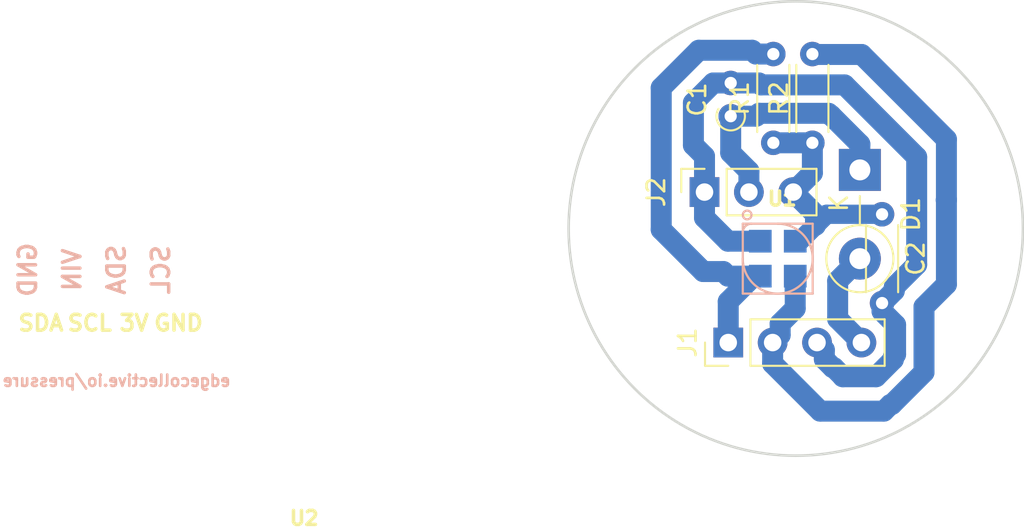
<source format=kicad_pcb>
(kicad_pcb (version 20171130) (host pcbnew 5.1.4-e60b266~84~ubuntu18.04.1)

  (general
    (thickness 1.6)
    (drawings 12)
    (tracks 83)
    (zones 0)
    (modules 8)
    (nets 7)
  )

  (page A4)
  (layers
    (0 Top signal)
    (31 Bottom signal)
    (32 B.Adhes user)
    (33 F.Adhes user)
    (34 B.Paste user)
    (35 F.Paste user)
    (36 B.SilkS user)
    (37 F.SilkS user)
    (38 B.Mask user)
    (39 F.Mask user)
    (40 Dwgs.User user)
    (41 Cmts.User user)
    (42 Eco1.User user)
    (43 Eco2.User user)
    (44 Edge.Cuts user)
    (45 Margin user)
    (46 B.CrtYd user)
    (47 F.CrtYd user)
    (48 B.Fab user)
    (49 F.Fab user hide)
  )

  (setup
    (last_trace_width 1.2)
    (user_trace_width 0.35)
    (user_trace_width 1.1)
    (user_trace_width 1.2)
    (user_trace_width 1.3)
    (trace_clearance 0.1524)
    (zone_clearance 0.508)
    (zone_45_only no)
    (trace_min 0.2)
    (via_size 0.8)
    (via_drill 0.4)
    (via_min_size 0.4)
    (via_min_drill 0.3)
    (uvia_size 0.3)
    (uvia_drill 0.1)
    (uvias_allowed no)
    (uvia_min_size 0.2)
    (uvia_min_drill 0.1)
    (edge_width 0.15)
    (segment_width 0.2)
    (pcb_text_width 0.3)
    (pcb_text_size 1.5 1.5)
    (mod_edge_width 0.15)
    (mod_text_size 1 1)
    (mod_text_width 0.15)
    (pad_size 1.524 1.524)
    (pad_drill 0.762)
    (pad_to_mask_clearance 0.051)
    (solder_mask_min_width 0.25)
    (aux_axis_origin 0 0)
    (visible_elements FFFDFF5F)
    (pcbplotparams
      (layerselection 0x010fc_ffffffff)
      (usegerberextensions false)
      (usegerberattributes false)
      (usegerberadvancedattributes false)
      (creategerberjobfile false)
      (excludeedgelayer true)
      (linewidth 0.100000)
      (plotframeref false)
      (viasonmask false)
      (mode 1)
      (useauxorigin false)
      (hpglpennumber 1)
      (hpglpenspeed 20)
      (hpglpendiameter 15.000000)
      (psnegative false)
      (psa4output false)
      (plotreference true)
      (plotvalue true)
      (plotinvisibletext false)
      (padsonsilk false)
      (subtractmaskfromsilk false)
      (outputformat 1)
      (mirror false)
      (drillshape 1)
      (scaleselection 1)
      (outputdirectory ""))
  )

  (net 0 "")
  (net 1 GND)
  (net 2 SDA)
  (net 3 SCL)
  (net 4 VIN)
  (net 5 3V3)
  (net 6 "Net-(C1-Pad1)")

  (net_class Default "This is the default net class."
    (clearance 0.1524)
    (trace_width 0.25)
    (via_dia 0.8)
    (via_drill 0.4)
    (uvia_dia 0.3)
    (uvia_drill 0.1)
    (add_net 3V3)
    (add_net GND)
    (add_net "Net-(C1-Pad1)")
    (add_net SCL)
    (add_net SDA)
    (add_net VIN)
  )

  (module Connector_PinHeader_2.54mm:PinHeader_1x04_P2.54mm_Vertical (layer Top) (tedit 5CEAD548) (tstamp 5CF7AC62)
    (at 148.0439 115.9256 90)
    (descr "Through hole straight pin header, 1x04, 2.54mm pitch, single row")
    (tags "Through hole pin header THT 1x04 2.54mm single row")
    (path /5CEAEDFC)
    (fp_text reference J1 (at 0 -2.33 90) (layer F.SilkS)
      (effects (font (size 1 1) (thickness 0.15)))
    )
    (fp_text value Conn_01x04_Male (at 0 9.95 90) (layer F.Fab)
      (effects (font (size 1 1) (thickness 0.15)))
    )
    (fp_line (start -0.635 -1.27) (end 1.27 -1.27) (layer F.Fab) (width 0.1))
    (fp_line (start 1.27 -1.27) (end 1.27 8.89) (layer F.Fab) (width 0.1))
    (fp_line (start 1.27 8.89) (end -1.27 8.89) (layer F.Fab) (width 0.1))
    (fp_line (start -1.27 8.89) (end -1.27 -0.635) (layer F.Fab) (width 0.1))
    (fp_line (start -1.27 -0.635) (end -0.635 -1.27) (layer F.Fab) (width 0.1))
    (fp_line (start -1.33 8.95) (end 1.33 8.95) (layer F.SilkS) (width 0.12))
    (fp_line (start -1.33 1.27) (end -1.33 8.95) (layer F.SilkS) (width 0.12))
    (fp_line (start 1.33 1.27) (end 1.33 8.95) (layer F.SilkS) (width 0.12))
    (fp_line (start -1.33 1.27) (end 1.33 1.27) (layer F.SilkS) (width 0.12))
    (fp_line (start -1.33 0) (end -1.33 -1.33) (layer F.SilkS) (width 0.12))
    (fp_line (start -1.33 -1.33) (end 0 -1.33) (layer F.SilkS) (width 0.12))
    (fp_line (start -1.8 -1.8) (end -1.8 9.4) (layer F.CrtYd) (width 0.05))
    (fp_line (start -1.8 9.4) (end 1.8 9.4) (layer F.CrtYd) (width 0.05))
    (fp_line (start 1.8 9.4) (end 1.8 -1.8) (layer F.CrtYd) (width 0.05))
    (fp_line (start 1.8 -1.8) (end -1.8 -1.8) (layer F.CrtYd) (width 0.05))
    (fp_text user %R (at 0 3.81 180) (layer F.Fab)
      (effects (font (size 1 1) (thickness 0.15)))
    )
    (pad 1 thru_hole rect (at 0 0 90) (size 1.7 1.7) (drill 1) (layers *.Cu *.Mask)
      (net 2 SDA))
    (pad 2 thru_hole oval (at 0 2.54 90) (size 1.7 1.7) (drill 1) (layers *.Cu *.Mask)
      (net 3 SCL))
    (pad 3 thru_hole oval (at 0 5.08 90) (size 1.7 1.7) (drill 1) (layers *.Cu *.Mask)
      (net 1 GND))
    (pad 4 thru_hole oval (at 0 7.62 90) (size 1.7 1.7) (drill 1) (layers *.Cu *.Mask)
      (net 4 VIN))
    (model ${KISYS3DMOD}/Connector_PinHeader_2.54mm.3dshapes/PinHeader_1x04_P2.54mm_Vertical.wrl
      (at (xyz 0 0 0))
      (scale (xyz 1 1 1))
      (rotate (xyz 0 0 0))
    )
  )

  (module BAR30-SENSOR:MS5837 (layer Bottom) (tedit 0) (tstamp 5D8CFDA0)
    (at 150.876 111.125 270)
    (path /BABD3B23)
    (fp_text reference U2 (at -2 2.25 90) (layer B.SilkS) hide
      (effects (font (size 0.57912 0.57912) (thickness 0.048768)) (justify left bottom mirror))
    )
    (fp_text value MS583730BA (at -2 -3 90) (layer B.SilkS) hide
      (effects (font (size 0.57912 0.57912) (thickness 0.048768)) (justify left bottom mirror))
    )
    (fp_arc (start -1.5 1.5) (end -2 1.5) (angle -90) (layer B.SilkS) (width 0.127))
    (fp_arc (start 0 0) (end 0 2) (angle -270) (layer B.SilkS) (width 0.127))
    (fp_line (start -2 1.5) (end -2 2) (layer B.SilkS) (width 0.127))
    (fp_line (start -2 0) (end -2 1.5) (layer B.SilkS) (width 0.127))
    (fp_circle (center -2.5 1.75) (end -2.25 1.75) (layer B.SilkS) (width 0.127))
    (fp_line (start -2 -2) (end -2 0) (layer B.SilkS) (width 0.127))
    (fp_line (start 2 -2) (end -2 -2) (layer B.SilkS) (width 0.127))
    (fp_line (start 2 2) (end 2 -2) (layer B.SilkS) (width 0.127))
    (fp_line (start 0 2) (end 2 2) (layer B.SilkS) (width 0.127))
    (fp_line (start -1.5 2) (end 0 2) (layer B.SilkS) (width 0.127))
    (fp_line (start -2 2) (end -1.5 2) (layer B.SilkS) (width 0.127))
    (pad 1 smd rect (at -1 1 270) (size 1.3 1.3) (layers Bottom B.Paste B.Mask)
      (net 1 GND) (solder_mask_margin 0.0762))
    (pad 4 smd rect (at 1 1 270) (size 1.3 1.3) (layers Bottom B.Paste B.Mask)
      (net 2 SDA) (solder_mask_margin 0.0762))
    (pad 3 smd rect (at 1 -1 270) (size 1.3 1.3) (layers Bottom B.Paste B.Mask)
      (net 3 SCL) (solder_mask_margin 0.0762))
    (pad 2 smd rect (at -1 -1 270) (size 1.3 1.3) (layers Bottom B.Paste B.Mask)
      (net 5 3V3) (solder_mask_margin 0.0762))
  )

  (module Connector_PinSocket_2.54mm:PinSocket_1x03_P2.54mm_Vertical (layer Top) (tedit 5A19A429) (tstamp 5D8CFD0D)
    (at 146.685 107.315 90)
    (descr "Through hole straight socket strip, 1x03, 2.54mm pitch, single row (from Kicad 4.0.7), script generated")
    (tags "Through hole socket strip THT 1x03 2.54mm single row")
    (path /5D8BE1E4)
    (fp_text reference J2 (at 0 -2.77 90) (layer F.SilkS)
      (effects (font (size 1 1) (thickness 0.15)))
    )
    (fp_text value Conn_01x03_Female (at 7.62 6.35 180) (layer F.Fab)
      (effects (font (size 1 1) (thickness 0.15)))
    )
    (fp_line (start -1.27 -1.27) (end 0.635 -1.27) (layer F.Fab) (width 0.1))
    (fp_line (start 0.635 -1.27) (end 1.27 -0.635) (layer F.Fab) (width 0.1))
    (fp_line (start 1.27 -0.635) (end 1.27 6.35) (layer F.Fab) (width 0.1))
    (fp_line (start 1.27 6.35) (end -1.27 6.35) (layer F.Fab) (width 0.1))
    (fp_line (start -1.27 6.35) (end -1.27 -1.27) (layer F.Fab) (width 0.1))
    (fp_line (start -1.33 1.27) (end 1.33 1.27) (layer F.SilkS) (width 0.12))
    (fp_line (start -1.33 1.27) (end -1.33 6.41) (layer F.SilkS) (width 0.12))
    (fp_line (start -1.33 6.41) (end 1.33 6.41) (layer F.SilkS) (width 0.12))
    (fp_line (start 1.33 1.27) (end 1.33 6.41) (layer F.SilkS) (width 0.12))
    (fp_line (start 1.33 -1.33) (end 1.33 0) (layer F.SilkS) (width 0.12))
    (fp_line (start 0 -1.33) (end 1.33 -1.33) (layer F.SilkS) (width 0.12))
    (fp_line (start -1.8 -1.8) (end 1.75 -1.8) (layer F.CrtYd) (width 0.05))
    (fp_line (start 1.75 -1.8) (end 1.75 6.85) (layer F.CrtYd) (width 0.05))
    (fp_line (start 1.75 6.85) (end -1.8 6.85) (layer F.CrtYd) (width 0.05))
    (fp_line (start -1.8 6.85) (end -1.8 -1.8) (layer F.CrtYd) (width 0.05))
    (fp_text user %R (at 0 2.54) (layer F.Fab)
      (effects (font (size 1 1) (thickness 0.15)))
    )
    (pad 1 thru_hole rect (at 0 0 90) (size 1.7 1.7) (drill 1) (layers *.Cu *.Mask)
      (net 1 GND))
    (pad 2 thru_hole oval (at 0 2.54 90) (size 1.7 1.7) (drill 1) (layers *.Cu *.Mask)
      (net 6 "Net-(C1-Pad1)"))
    (pad 3 thru_hole oval (at 0 5.08 90) (size 1.7 1.7) (drill 1) (layers *.Cu *.Mask)
      (net 5 3V3))
    (model ${KISYS3DMOD}/Connector_PinSocket_2.54mm.3dshapes/PinSocket_1x03_P2.54mm_Vertical.wrl
      (at (xyz 0 0 0))
      (scale (xyz 1 1 1))
      (rotate (xyz 0 0 0))
    )
  )

  (module Diode_THT:D_DO-15_P5.08mm_Vertical_KathodeUp (layer Top) (tedit 5AE50CD5) (tstamp 5D8D0BD5)
    (at 155.575 106.045 270)
    (descr "Diode, DO-15 series, Axial, Vertical, pin pitch=5.08mm, , length*diameter=7.6*3.6mm^2, , http://www.diodes.com/_files/packages/DO-15.pdf")
    (tags "Diode DO-15 series Axial Vertical pin pitch 5.08mm  length 7.6mm diameter 3.6mm")
    (path /5D8CEFE2)
    (fp_text reference D1 (at 2.54 -2.92 90) (layer F.SilkS)
      (effects (font (size 1 1) (thickness 0.15)))
    )
    (fp_text value D (at 2.54 2.92 90) (layer F.Fab)
      (effects (font (size 1 1) (thickness 0.15)))
    )
    (fp_circle (center 5.08 0) (end 6.88 0) (layer F.Fab) (width 0.1))
    (fp_circle (center 5.08 0) (end 7 0) (layer F.SilkS) (width 0.12))
    (fp_line (start 0 0) (end 5.08 0) (layer F.Fab) (width 0.1))
    (fp_line (start 3.16 0) (end 1.5 0) (layer F.SilkS) (width 0.12))
    (fp_line (start -1.45 -2.05) (end -1.45 2.05) (layer F.CrtYd) (width 0.05))
    (fp_line (start -1.45 2.05) (end 7.13 2.05) (layer F.CrtYd) (width 0.05))
    (fp_line (start 7.13 2.05) (end 7.13 -2.05) (layer F.CrtYd) (width 0.05))
    (fp_line (start 7.13 -2.05) (end -1.45 -2.05) (layer F.CrtYd) (width 0.05))
    (fp_text user %R (at 2.54 -2.92 90) (layer F.Fab)
      (effects (font (size 1 1) (thickness 0.15)))
    )
    (fp_text user K (at 1.9 1.2 90) (layer F.Fab)
      (effects (font (size 1 1) (thickness 0.15)))
    )
    (fp_text user K (at 1.9 1.2 90) (layer F.SilkS)
      (effects (font (size 1 1) (thickness 0.15)))
    )
    (pad 1 thru_hole rect (at 0 0 270) (size 2.4 2.4) (drill 1.2) (layers *.Cu *.Mask)
      (net 6 "Net-(C1-Pad1)"))
    (pad 2 thru_hole oval (at 5.08 0 270) (size 2.4 2.4) (drill 1.2) (layers *.Cu *.Mask)
      (net 4 VIN))
    (model ${KISYS3DMOD}/Diode_THT.3dshapes/D_DO-15_P5.08mm_Vertical_KathodeUp.wrl
      (at (xyz 0 0 0))
      (scale (xyz 1 1 1))
      (rotate (xyz 0 0 0))
    )
  )

  (module Resistor_THT:R_Axial_DIN0204_L3.6mm_D1.6mm_P5.08mm_Horizontal (layer Top) (tedit 5AE5139B) (tstamp 5D8D139E)
    (at 156.845 108.585 270)
    (descr "Resistor, Axial_DIN0204 series, Axial, Horizontal, pin pitch=5.08mm, 0.167W, length*diameter=3.6*1.6mm^2, http://cdn-reichelt.de/documents/datenblatt/B400/1_4W%23YAG.pdf")
    (tags "Resistor Axial_DIN0204 series Axial Horizontal pin pitch 5.08mm 0.167W length 3.6mm diameter 1.6mm")
    (path /5D8E311E)
    (fp_text reference C2 (at 2.54 -1.92 90) (layer F.SilkS)
      (effects (font (size 1 1) (thickness 0.15)))
    )
    (fp_text value 1uF (at 2.54 1.92 90) (layer F.Fab)
      (effects (font (size 1 1) (thickness 0.15)))
    )
    (fp_text user %R (at 2.54 0 90) (layer F.Fab)
      (effects (font (size 0.72 0.72) (thickness 0.108)))
    )
    (fp_line (start 6.03 -1.05) (end -0.95 -1.05) (layer F.CrtYd) (width 0.05))
    (fp_line (start 6.03 1.05) (end 6.03 -1.05) (layer F.CrtYd) (width 0.05))
    (fp_line (start -0.95 1.05) (end 6.03 1.05) (layer F.CrtYd) (width 0.05))
    (fp_line (start -0.95 -1.05) (end -0.95 1.05) (layer F.CrtYd) (width 0.05))
    (fp_line (start 0.62 0.92) (end 4.46 0.92) (layer F.SilkS) (width 0.12))
    (fp_line (start 0.62 -0.92) (end 4.46 -0.92) (layer F.SilkS) (width 0.12))
    (fp_line (start 5.08 0) (end 4.34 0) (layer F.Fab) (width 0.1))
    (fp_line (start 0 0) (end 0.74 0) (layer F.Fab) (width 0.1))
    (fp_line (start 4.34 -0.8) (end 0.74 -0.8) (layer F.Fab) (width 0.1))
    (fp_line (start 4.34 0.8) (end 4.34 -0.8) (layer F.Fab) (width 0.1))
    (fp_line (start 0.74 0.8) (end 4.34 0.8) (layer F.Fab) (width 0.1))
    (fp_line (start 0.74 -0.8) (end 0.74 0.8) (layer F.Fab) (width 0.1))
    (pad 2 thru_hole oval (at 5.08 0 270) (size 1.4 1.4) (drill 0.7) (layers *.Cu *.Mask)
      (net 1 GND))
    (pad 1 thru_hole circle (at 0 0 270) (size 1.4 1.4) (drill 0.7) (layers *.Cu *.Mask)
      (net 5 3V3))
    (model ${KISYS3DMOD}/Resistor_THT.3dshapes/R_Axial_DIN0204_L3.6mm_D1.6mm_P5.08mm_Horizontal.wrl
      (at (xyz 0 0 0))
      (scale (xyz 1 1 1))
      (rotate (xyz 0 0 0))
    )
  )

  (module Resistor_THT:R_Axial_DIN0204_L3.6mm_D1.6mm_P5.08mm_Horizontal (layer Top) (tedit 5AE5139B) (tstamp 5D8D13B0)
    (at 150.622 104.4956 90)
    (descr "Resistor, Axial_DIN0204 series, Axial, Horizontal, pin pitch=5.08mm, 0.167W, length*diameter=3.6*1.6mm^2, http://cdn-reichelt.de/documents/datenblatt/B400/1_4W%23YAG.pdf")
    (tags "Resistor Axial_DIN0204 series Axial Horizontal pin pitch 5.08mm 0.167W length 3.6mm diameter 1.6mm")
    (path /5CEADC2F)
    (fp_text reference R1 (at 2.54 -1.92 90) (layer F.SilkS)
      (effects (font (size 1 1) (thickness 0.15)))
    )
    (fp_text value R (at 2.54 1.92 90) (layer F.Fab)
      (effects (font (size 1 1) (thickness 0.15)))
    )
    (fp_line (start 0.74 -0.8) (end 0.74 0.8) (layer F.Fab) (width 0.1))
    (fp_line (start 0.74 0.8) (end 4.34 0.8) (layer F.Fab) (width 0.1))
    (fp_line (start 4.34 0.8) (end 4.34 -0.8) (layer F.Fab) (width 0.1))
    (fp_line (start 4.34 -0.8) (end 0.74 -0.8) (layer F.Fab) (width 0.1))
    (fp_line (start 0 0) (end 0.74 0) (layer F.Fab) (width 0.1))
    (fp_line (start 5.08 0) (end 4.34 0) (layer F.Fab) (width 0.1))
    (fp_line (start 0.62 -0.92) (end 4.46 -0.92) (layer F.SilkS) (width 0.12))
    (fp_line (start 0.62 0.92) (end 4.46 0.92) (layer F.SilkS) (width 0.12))
    (fp_line (start -0.95 -1.05) (end -0.95 1.05) (layer F.CrtYd) (width 0.05))
    (fp_line (start -0.95 1.05) (end 6.03 1.05) (layer F.CrtYd) (width 0.05))
    (fp_line (start 6.03 1.05) (end 6.03 -1.05) (layer F.CrtYd) (width 0.05))
    (fp_line (start 6.03 -1.05) (end -0.95 -1.05) (layer F.CrtYd) (width 0.05))
    (fp_text user %R (at 2.54 0 90) (layer F.Fab)
      (effects (font (size 0.72 0.72) (thickness 0.108)))
    )
    (pad 1 thru_hole circle (at 0 0 90) (size 1.4 1.4) (drill 0.7) (layers *.Cu *.Mask)
      (net 5 3V3))
    (pad 2 thru_hole oval (at 5.08 0 90) (size 1.4 1.4) (drill 0.7) (layers *.Cu *.Mask)
      (net 2 SDA))
    (model ${KISYS3DMOD}/Resistor_THT.3dshapes/R_Axial_DIN0204_L3.6mm_D1.6mm_P5.08mm_Horizontal.wrl
      (at (xyz 0 0 0))
      (scale (xyz 1 1 1))
      (rotate (xyz 0 0 0))
    )
  )

  (module Resistor_THT:R_Axial_DIN0204_L3.6mm_D1.6mm_P5.08mm_Horizontal (layer Top) (tedit 5AE5139B) (tstamp 5D8D16B3)
    (at 152.8572 104.4956 90)
    (descr "Resistor, Axial_DIN0204 series, Axial, Horizontal, pin pitch=5.08mm, 0.167W, length*diameter=3.6*1.6mm^2, http://cdn-reichelt.de/documents/datenblatt/B400/1_4W%23YAG.pdf")
    (tags "Resistor Axial_DIN0204 series Axial Horizontal pin pitch 5.08mm 0.167W length 3.6mm diameter 1.6mm")
    (path /5CEAE4D9)
    (fp_text reference R2 (at 2.54 -1.92 90) (layer F.SilkS)
      (effects (font (size 1 1) (thickness 0.15)))
    )
    (fp_text value R (at 2.54 1.92 90) (layer F.Fab)
      (effects (font (size 1 1) (thickness 0.15)))
    )
    (fp_text user %R (at 2.54 0 90) (layer F.Fab)
      (effects (font (size 0.72 0.72) (thickness 0.108)))
    )
    (fp_line (start 6.03 -1.05) (end -0.95 -1.05) (layer F.CrtYd) (width 0.05))
    (fp_line (start 6.03 1.05) (end 6.03 -1.05) (layer F.CrtYd) (width 0.05))
    (fp_line (start -0.95 1.05) (end 6.03 1.05) (layer F.CrtYd) (width 0.05))
    (fp_line (start -0.95 -1.05) (end -0.95 1.05) (layer F.CrtYd) (width 0.05))
    (fp_line (start 0.62 0.92) (end 4.46 0.92) (layer F.SilkS) (width 0.12))
    (fp_line (start 0.62 -0.92) (end 4.46 -0.92) (layer F.SilkS) (width 0.12))
    (fp_line (start 5.08 0) (end 4.34 0) (layer F.Fab) (width 0.1))
    (fp_line (start 0 0) (end 0.74 0) (layer F.Fab) (width 0.1))
    (fp_line (start 4.34 -0.8) (end 0.74 -0.8) (layer F.Fab) (width 0.1))
    (fp_line (start 4.34 0.8) (end 4.34 -0.8) (layer F.Fab) (width 0.1))
    (fp_line (start 0.74 0.8) (end 4.34 0.8) (layer F.Fab) (width 0.1))
    (fp_line (start 0.74 -0.8) (end 0.74 0.8) (layer F.Fab) (width 0.1))
    (pad 2 thru_hole oval (at 5.08 0 90) (size 1.4 1.4) (drill 0.7) (layers *.Cu *.Mask)
      (net 3 SCL))
    (pad 1 thru_hole circle (at 0 0 90) (size 1.4 1.4) (drill 0.7) (layers *.Cu *.Mask)
      (net 5 3V3))
    (model ${KISYS3DMOD}/Resistor_THT.3dshapes/R_Axial_DIN0204_L3.6mm_D1.6mm_P5.08mm_Horizontal.wrl
      (at (xyz 0 0 0))
      (scale (xyz 1 1 1))
      (rotate (xyz 0 0 0))
    )
  )

  (module Resistor_THT:R_Axial_DIN0204_L3.6mm_D1.6mm_P1.90mm_Vertical (layer Top) (tedit 5AE5139B) (tstamp 5D8D14A0)
    (at 148.1836 102.9716 90)
    (descr "Resistor, Axial_DIN0204 series, Axial, Vertical, pin pitch=1.9mm, 0.167W, length*diameter=3.6*1.6mm^2, http://cdn-reichelt.de/documents/datenblatt/B400/1_4W%23YAG.pdf")
    (tags "Resistor Axial_DIN0204 series Axial Vertical pin pitch 1.9mm 0.167W length 3.6mm diameter 1.6mm")
    (path /5D8D8E69)
    (fp_text reference C1 (at 0.95 -1.92 90) (layer F.SilkS)
      (effects (font (size 1 1) (thickness 0.15)))
    )
    (fp_text value 1uF (at 0.95 1.92 90) (layer F.Fab)
      (effects (font (size 1 1) (thickness 0.15)))
    )
    (fp_arc (start 0 0) (end 0.417133 -0.7) (angle -233.92106) (layer F.SilkS) (width 0.12))
    (fp_circle (center 0 0) (end 0.8 0) (layer F.Fab) (width 0.1))
    (fp_line (start 0 0) (end 1.9 0) (layer F.Fab) (width 0.1))
    (fp_line (start -1.05 -1.05) (end -1.05 1.05) (layer F.CrtYd) (width 0.05))
    (fp_line (start -1.05 1.05) (end 2.86 1.05) (layer F.CrtYd) (width 0.05))
    (fp_line (start 2.86 1.05) (end 2.86 -1.05) (layer F.CrtYd) (width 0.05))
    (fp_line (start 2.86 -1.05) (end -1.05 -1.05) (layer F.CrtYd) (width 0.05))
    (fp_text user %R (at 0.95 -1.92 90) (layer F.Fab)
      (effects (font (size 1 1) (thickness 0.15)))
    )
    (pad 1 thru_hole circle (at 0 0 90) (size 1.4 1.4) (drill 0.7) (layers *.Cu *.Mask)
      (net 6 "Net-(C1-Pad1)"))
    (pad 2 thru_hole oval (at 1.9 0 90) (size 1.4 1.4) (drill 0.7) (layers *.Cu *.Mask)
      (net 1 GND))
    (model ${KISYS3DMOD}/Resistor_THT.3dshapes/R_Axial_DIN0204_L3.6mm_D1.6mm_P1.90mm_Vertical.wrl
      (at (xyz 0 0 0))
      (scale (xyz 1 1 1))
      (rotate (xyz 0 0 0))
    )
  )

  (gr_circle (center 151.9095 109.3978) (end 164.9095 109.3978) (layer Edge.Cuts) (width 0.15))
  (gr_text edgecollective.io/pressure (at 113.03 118.11) (layer B.SilkS) (tstamp 5CF7C01B)
    (effects (font (size 0.65 0.65) (thickness 0.15)) (justify mirror))
  )
  (gr_text GND (at 107.95 111.76 90) (layer B.SilkS) (tstamp 5D8CF96A)
    (effects (font (size 1 1) (thickness 0.2)) (justify mirror))
  )
  (gr_text SDA (at 108.712 114.808) (layer F.SilkS) (tstamp 5CF7BA23)
    (effects (font (size 0.9 0.9) (thickness 0.2)))
  )
  (gr_text GND (at 116.586 114.808) (layer F.SilkS) (tstamp 5CF7BAE0)
    (effects (font (size 0.9 0.9) (thickness 0.2)))
  )
  (gr_text 3V (at 114.046 114.808) (layer F.SilkS) (tstamp 5CF7BA9F)
    (effects (font (size 0.9 0.9) (thickness 0.2)))
  )
  (gr_text SCL (at 111.506 114.808) (layer F.SilkS) (tstamp 5CF7BA41)
    (effects (font (size 0.9 0.9) (thickness 0.2)))
  )
  (gr_text U2 (at 123.7742 125.9713) (layer F.SilkS) (tstamp 5CF7B58C)
    (effects (font (size 0.8 0.8) (thickness 0.2)))
  )
  (gr_text U1 (at 151.13 107.696) (layer F.SilkS) (tstamp 5CF7B512)
    (effects (font (size 0.8 0.8) (thickness 0.2)))
  )
  (gr_text SDA (at 113.03 111.76 90) (layer B.SilkS) (tstamp 5D8CF967)
    (effects (font (size 1 1) (thickness 0.2)) (justify mirror))
  )
  (gr_text SCL (at 115.57 111.76 90) (layer B.SilkS) (tstamp 5D8CF964)
    (effects (font (size 1 1) (thickness 0.2)) (justify mirror))
  )
  (gr_text VIN (at 110.49 111.76 90) (layer B.SilkS) (tstamp 5D8CF961)
    (effects (font (size 1 1) (thickness 0.2)) (justify mirror))
  )

  (segment (start 148.026 110.125) (end 146.685 108.784) (width 1.2) (layer Bottom) (net 1))
  (segment (start 149.876 110.125) (end 148.026 110.125) (width 1.2) (layer Bottom) (net 1))
  (segment (start 146.685 108.784) (end 146.685 107.315) (width 1.2) (layer Bottom) (net 1))
  (segment (start 146.685 105.265) (end 146.05 104.63) (width 1.2) (layer Bottom) (net 1))
  (segment (start 146.685 107.315) (end 146.685 105.265) (width 1.2) (layer Bottom) (net 1))
  (segment (start 146.05 104.63) (end 146.05 102.2096) (width 1.2) (layer Bottom) (net 1))
  (segment (start 147.188 101.0716) (end 148.1836 101.0716) (width 1.2) (layer Bottom) (net 1))
  (segment (start 146.05 102.2096) (end 147.188 101.0716) (width 1.2) (layer Bottom) (net 1))
  (segment (start 156.845 113.665) (end 156.845 114.1349) (width 1.2) (layer Bottom) (net 1))
  (segment (start 156.845 114.1349) (end 157.6197 114.9096) (width 1.2) (layer Bottom) (net 1))
  (segment (start 157.6197 114.9096) (end 157.6197 116.5987) (width 1.2) (layer Bottom) (net 1))
  (segment (start 157.6197 116.5987) (end 157.4927 116.7257) (width 1.2) (layer Bottom) (net 1))
  (segment (start 157.4927 116.7257) (end 157.4927 116.8908) (width 1.2) (layer Bottom) (net 1))
  (segment (start 157.4927 116.8908) (end 156.5021 117.8814) (width 1.2) (layer Bottom) (net 1))
  (segment (start 156.5021 117.8814) (end 154.5971 117.8814) (width 1.2) (layer Bottom) (net 1))
  (segment (start 154.5971 117.8814) (end 154.5971 117.8687) (width 1.2) (layer Bottom) (net 1))
  (segment (start 154.5971 117.8687) (end 154.0891 117.3607) (width 1.2) (layer Bottom) (net 1))
  (segment (start 154.0891 117.3607) (end 154.0256 117.3607) (width 1.2) (layer Bottom) (net 1))
  (segment (start 154.0256 117.3607) (end 153.543 116.8781) (width 1.2) (layer Bottom) (net 1))
  (segment (start 153.543 116.3447) (end 153.1239 115.9256) (width 1.2) (layer Bottom) (net 1))
  (segment (start 153.543 116.8781) (end 153.543 116.3447) (width 1.2) (layer Bottom) (net 1))
  (segment (start 157.544999 112.965001) (end 156.845 113.665) (width 1.2) (layer Bottom) (net 1))
  (segment (start 157.544999 112.749101) (end 157.544999 112.965001) (width 1.2) (layer Bottom) (net 1))
  (segment (start 148.1836 101.0716) (end 149.8015 101.0716) (width 1.2) (layer Bottom) (net 1))
  (segment (start 149.8015 101.0716) (end 149.9108 101.1809) (width 1.2) (layer Bottom) (net 1))
  (segment (start 149.9108 101.1809) (end 154.6987 101.1809) (width 1.2) (layer Bottom) (net 1))
  (segment (start 154.6987 101.1809) (end 158.8262 105.3084) (width 1.2) (layer Bottom) (net 1))
  (segment (start 158.8262 105.3084) (end 158.8262 111.4679) (width 1.2) (layer Bottom) (net 1))
  (segment (start 158.8262 111.4679) (end 157.544999 112.749101) (width 1.2) (layer Bottom) (net 1))
  (segment (start 148.026 112.125) (end 147.7626 111.8616) (width 1.2) (layer Bottom) (net 2))
  (segment (start 149.876 112.125) (end 148.026 112.125) (width 1.2) (layer Bottom) (net 2))
  (segment (start 147.7626 111.8616) (end 146.6088 111.8616) (width 1.2) (layer Bottom) (net 2))
  (segment (start 149.632051 99.4156) (end 149.416151 99.1997) (width 1.2) (layer Bottom) (net 2))
  (segment (start 150.622 99.4156) (end 149.632051 99.4156) (width 1.2) (layer Bottom) (net 2))
  (segment (start 149.416151 99.1997) (end 146.3548 99.1997) (width 1.2) (layer Bottom) (net 2))
  (segment (start 146.3548 99.1997) (end 144.2085 101.346) (width 1.2) (layer Bottom) (net 2))
  (segment (start 144.2085 109.4613) (end 146.6088 111.8616) (width 1.2) (layer Bottom) (net 2))
  (segment (start 144.2085 101.346) (end 144.2085 109.4613) (width 1.2) (layer Bottom) (net 2))
  (segment (start 149.876 112.125) (end 149.495 112.125) (width 1.2) (layer Bottom) (net 2))
  (segment (start 148.0439 113.5761) (end 148.0439 115.9256) (width 1.2) (layer Bottom) (net 2))
  (segment (start 149.495 112.125) (end 148.0439 113.5761) (width 1.2) (layer Bottom) (net 2))
  (segment (start 151.876 112.125) (end 151.876 112.919) (width 1.2) (layer Bottom) (net 3) (status 10))
  (segment (start 151.876 113.975) (end 151.0157 114.8353) (width 1.2) (layer Bottom) (net 3))
  (segment (start 151.876 112.125) (end 151.876 113.975) (width 1.2) (layer Bottom) (net 3))
  (segment (start 151.0157 115.4938) (end 150.5839 115.9256) (width 1.2) (layer Bottom) (net 3))
  (segment (start 151.0157 114.8353) (end 151.0157 115.4938) (width 1.2) (layer Bottom) (net 3))
  (segment (start 152.9588 99.4156) (end 152.9842 99.441) (width 1.2) (layer Bottom) (net 3))
  (segment (start 152.8572 99.4156) (end 152.9588 99.4156) (width 1.2) (layer Bottom) (net 3))
  (segment (start 152.9842 99.441) (end 155.6766 99.441) (width 1.2) (layer Bottom) (net 3))
  (segment (start 155.6766 99.441) (end 160.528 104.2924) (width 1.2) (layer Bottom) (net 3))
  (segment (start 160.528 107.7595) (end 160.5153 107.7722) (width 1.2) (layer Bottom) (net 3))
  (segment (start 160.528 104.2924) (end 160.528 107.7595) (width 1.2) (layer Bottom) (net 3))
  (segment (start 150.5839 117.127681) (end 150.5839 115.9256) (width 1.2) (layer Bottom) (net 3))
  (segment (start 156.9466 119.8499) (end 153.306119 119.8499) (width 1.2) (layer Bottom) (net 3))
  (segment (start 160.528 107.7595) (end 160.528 112.5982) (width 1.2) (layer Bottom) (net 3))
  (segment (start 160.528 112.5982) (end 159.2453 113.8809) (width 1.2) (layer Bottom) (net 3))
  (segment (start 159.2453 117.6274) (end 157.4038 119.4689) (width 1.2) (layer Bottom) (net 3))
  (segment (start 153.306119 119.8499) (end 150.5839 117.127681) (width 1.2) (layer Bottom) (net 3))
  (segment (start 159.2453 113.8809) (end 159.2453 117.6274) (width 1.2) (layer Bottom) (net 3))
  (segment (start 157.4038 119.4689) (end 157.3276 119.4689) (width 1.2) (layer Bottom) (net 3))
  (segment (start 157.3276 119.4689) (end 156.9466 119.8499) (width 1.2) (layer Bottom) (net 3))
  (segment (start 155.575 111.125) (end 154.305 112.395) (width 1.2) (layer Bottom) (net 4) (status 10))
  (segment (start 154.305 114.5667) (end 155.6639 115.9256) (width 1.2) (layer Bottom) (net 4))
  (segment (start 154.305 112.395) (end 154.305 114.5667) (width 1.2) (layer Bottom) (net 4))
  (segment (start 151.876 110.125) (end 152.13 110.125) (width 1.1) (layer Bottom) (net 5) (status 30))
  (segment (start 156.845 108.585) (end 153.67 108.585) (width 1.1) (layer Bottom) (net 5) (status 10))
  (segment (start 153.035 108.585) (end 151.765 107.315) (width 1.2) (layer Bottom) (net 5))
  (segment (start 153.035 109.22) (end 153.67 108.585) (width 1.1) (layer Bottom) (net 5))
  (segment (start 153.035 109.22) (end 153.035 108.585) (width 1.2) (layer Bottom) (net 5))
  (segment (start 152.13 110.125) (end 153.035 109.22) (width 1.1) (layer Bottom) (net 5))
  (segment (start 150.622 104.4956) (end 152.8572 104.4956) (width 1.2) (layer Bottom) (net 5))
  (segment (start 152.8572 106.2228) (end 151.765 107.315) (width 1.2) (layer Bottom) (net 5))
  (segment (start 152.8572 104.4956) (end 152.8572 106.2228) (width 1.2) (layer Bottom) (net 5))
  (segment (start 155.575 106.045) (end 155.575 104.5718) (width 1.2) (layer Bottom) (net 6))
  (segment (start 155.575 104.5718) (end 153.924 102.9208) (width 1.2) (layer Bottom) (net 6))
  (segment (start 153.924 102.9208) (end 153.8986 102.9208) (width 1.2) (layer Bottom) (net 6))
  (segment (start 153.8986 102.9208) (end 153.7843 102.8065) (width 1.2) (layer Bottom) (net 6))
  (segment (start 153.7843 102.8065) (end 149.8092 102.8065) (width 1.2) (layer Bottom) (net 6))
  (segment (start 149.6441 102.9716) (end 148.1836 102.9716) (width 1.2) (layer Bottom) (net 6))
  (segment (start 149.8092 102.8065) (end 149.6441 102.9716) (width 1.2) (layer Bottom) (net 6))
  (segment (start 148.1836 105.071519) (end 148.1836 102.9716) (width 1.2) (layer Bottom) (net 6))
  (segment (start 149.225 107.315) (end 149.225 106.112919) (width 1.2) (layer Bottom) (net 6))
  (segment (start 149.225 106.112919) (end 148.1836 105.071519) (width 1.2) (layer Bottom) (net 6))

)

</source>
